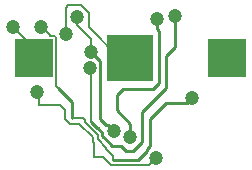
<source format=gbl>
G04 ( created by brdgerber.py ( brdgerber.py v0.1 2014-03-12 ) ) date 2015-07-07 22:24:22 EDT*
G04 Gerber Fmt 3.4, Leading zero omitted, Abs format*
%MOIN*%
%FSLAX34Y34*%
G01*
G70*
G90*
G04 APERTURE LIST*
%ADD17C,0.0026*%
%ADD19R,0.0250X0.0450*%
%ADD12C,0.0052*%
%ADD11R,0.1259X0.1259*%
%ADD21R,0.0236X0.0551*%
%ADD22C,0.0060*%
%ADD25C,0.0472*%
%ADD10R,0.1535X0.1535*%
%ADD13C,0.0050*%
%ADD14R,0.0450X0.0250*%
%ADD20C,0.0200*%
%ADD16R,0.0314X0.0314*%
%ADD24C,0.0100*%
%ADD15C,0.0045*%
%ADD23C,0.0080*%
%ADD18C,0.0040*%
G04 APERTURE END LIST*
G54D17*
D10*
X06550Y11900D03*
D11*
X03322Y11900D03*
D11*
X09778Y11900D03*
D25*
X05250Y12100D03*
D24*
G01X05250Y12100D02*
G01X05550Y11800D01*
D24*
G01X05550Y11800D02*
G01X05550Y11050D01*
D24*
G01X05620Y09290D02*
G01X05890Y09020D01*
D24*
G01X05470Y09540D02*
G01X05620Y09390D01*
D23*
G01X04960Y09890D02*
G01X04600Y09890D01*
D23*
G01X05030Y09820D02*
G01X04960Y09890D01*
D23*
G01X04060Y10970D02*
G01X04130Y10900D01*
D23*
G01X05630Y08600D02*
G01X05900Y08330D01*
D24*
G01X05550Y11050D02*
G01X05550Y09850D01*
D23*
G01X05750Y08840D02*
G01X05750Y08890D01*
D23*
G01X05750Y08890D02*
G01X05460Y09180D01*
D23*
G01X05460Y09180D02*
G01X05460Y09320D01*
D24*
G01X05890Y08950D02*
G01X05910Y08950D01*
D25*
X07450Y13200D03*
D24*
G01X07450Y13200D02*
G01X07450Y12850D01*
D24*
G01X07450Y12850D02*
G01X07500Y12800D01*
D24*
G01X07500Y12800D02*
G01X07500Y11050D01*
D24*
G01X07500Y11050D02*
G01X07300Y10850D01*
D24*
G01X07300Y10850D02*
G01X06300Y10850D01*
D24*
G01X06300Y10850D02*
G01X06100Y10650D01*
D24*
G01X06100Y10650D02*
G01X06100Y10150D01*
D24*
G01X06100Y10150D02*
G01X06550Y09700D01*
D24*
G01X06550Y09700D02*
G01X06550Y09250D01*
D25*
X06550Y09250D03*
D24*
G01X05890Y09020D02*
G01X05890Y08950D01*
D23*
G01X05030Y09750D02*
G01X05030Y09820D01*
D23*
G01X03880Y12630D02*
G01X04020Y12630D01*
D23*
G01X05350Y08600D02*
G01X05630Y08600D01*
D23*
G01X04060Y12590D02*
G01X04060Y10970D01*
D23*
G01X04020Y12630D02*
G01X04060Y12590D01*
D23*
G01X04220Y10320D02*
G01X04040Y10320D01*
D23*
G01X04370Y09870D02*
G01X04370Y10170D01*
D25*
X04390Y12700D03*
D24*
G01X05450Y09550D02*
G01X05250Y09750D01*
D25*
X03560Y12910D03*
D25*
X08050Y13300D03*
D24*
G01X08050Y13300D02*
G01X08050Y12250D01*
D24*
G01X08050Y12250D02*
G01X07750Y11950D01*
D24*
G01X07750Y11950D02*
G01X07750Y10900D01*
D24*
G01X07750Y10900D02*
G01X06950Y10100D01*
D24*
G01X06950Y10100D02*
G01X06950Y09100D01*
D24*
G01X06950Y09100D02*
G01X06650Y08800D01*
D24*
G01X07750Y10400D02*
G01X07200Y09850D01*
D24*
G01X07200Y08950D02*
G01X07100Y08850D01*
D24*
G01X07200Y09850D02*
G01X07200Y08950D01*
D25*
X08600Y10550D03*
D24*
G01X08600Y10550D02*
G01X08450Y10400D01*
D24*
G01X08450Y10400D02*
G01X07750Y10400D01*
D25*
X07390Y08550D03*
D23*
G01X05960Y08630D02*
G01X05750Y08840D01*
D23*
G01X05900Y08330D02*
G01X06920Y08330D01*
D23*
G01X04540Y09700D02*
G01X04370Y09870D01*
D24*
G01X05620Y09390D02*
G01X05620Y09290D01*
D24*
G01X06800Y08500D02*
G01X05970Y08500D01*
D24*
G01X07090Y08790D02*
G01X06800Y08500D01*
D24*
G01X07090Y08830D02*
G01X07090Y08790D01*
D24*
G01X05900Y08950D02*
G01X06250Y08950D01*
D24*
G01X06250Y08950D02*
G01X06400Y08800D01*
D24*
G01X06400Y08800D02*
G01X06650Y08800D01*
D24*
G01X04600Y10430D02*
G01X04600Y09880D01*
D24*
G01X04140Y10890D02*
G01X04600Y10430D01*
D24*
G01X06000Y09470D02*
G01X05800Y09670D01*
D24*
G01X05800Y09670D02*
G01X05730Y09670D01*
D25*
X06000Y09470D03*
D24*
G01X05460Y09540D02*
G01X05470Y09540D01*
D24*
G01X05730Y09670D02*
G01X05550Y09850D01*
D23*
G01X05460Y09320D02*
G01X05030Y09750D01*
D23*
G01X05350Y09040D02*
G01X05290Y09100D01*
D23*
G01X05290Y09240D02*
G01X04830Y09700D01*
D23*
G01X05240Y12530D02*
G01X04770Y13000D01*
D23*
G01X04770Y13000D02*
G01X04770Y13260D01*
D23*
G01X05350Y08600D02*
G01X05350Y09040D01*
D23*
G01X05290Y09100D02*
G01X05290Y09240D01*
D23*
G01X04370Y10170D02*
G01X04220Y10320D01*
D23*
G01X04830Y09700D02*
G01X04540Y09700D01*
D25*
X04770Y13260D03*
D23*
G01X05960Y08500D02*
G01X05960Y08630D01*
D23*
G01X03870Y12640D02*
G01X03600Y12910D01*
D23*
G01X03600Y12910D02*
G01X03560Y12910D01*
D23*
G01X04810Y13640D02*
G01X04470Y13640D01*
D23*
G01X04470Y13640D02*
G01X04390Y13560D01*
D23*
G01X04390Y13560D02*
G01X04390Y12700D01*
D23*
G01X05250Y09750D02*
G01X05250Y11500D01*
D23*
G01X05250Y11500D02*
G01X05190Y11560D01*
D25*
X05190Y11560D03*
D25*
X02640Y12930D03*
D23*
G01X03320Y12250D02*
G01X03320Y11900D01*
D23*
G01X02640Y12930D02*
G01X03320Y12250D01*
D23*
G01X03510Y10320D02*
G01X04040Y10320D01*
D23*
G01X03510Y10320D02*
G01X03510Y10690D01*
D23*
G01X03510Y10690D02*
G01X03440Y10760D01*
D25*
X03440Y10760D03*
D23*
G01X05240Y12110D02*
G01X05240Y12530D01*
D23*
G01X06550Y11900D02*
G01X06180Y11900D01*
D23*
G01X06180Y11900D02*
G01X05170Y12910D01*
D23*
G01X05170Y12910D02*
G01X05170Y13390D01*
D23*
G01X05170Y13390D02*
G01X04920Y13640D01*
D23*
G01X04920Y13640D02*
G01X04810Y13640D01*
D23*
G01X06910Y08330D02*
G01X07170Y08330D01*
D23*
G01X07170Y08330D02*
G01X07390Y08550D01*
M02*

</source>
